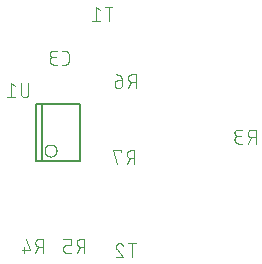
<source format=gbr>
G04 EAGLE Gerber RS-274X export*
G75*
%MOMM*%
%FSLAX34Y34*%
%LPD*%
%INSilkscreen Bottom*%
%IPPOS*%
%AMOC8*
5,1,8,0,0,1.08239X$1,22.5*%
G01*
%ADD10C,0.203200*%
%ADD11C,0.101600*%


D10*
X221380Y150616D02*
X221380Y199130D01*
X216151Y199384D02*
X253849Y199384D01*
X253849Y150616D01*
X221380Y150616D01*
X216151Y150616D01*
X216151Y199384D01*
D11*
X223570Y159760D02*
X223572Y159902D01*
X223578Y160045D01*
X223588Y160187D01*
X223602Y160329D01*
X223620Y160470D01*
X223642Y160611D01*
X223668Y160751D01*
X223697Y160890D01*
X223731Y161029D01*
X223769Y161166D01*
X223810Y161303D01*
X223855Y161438D01*
X223904Y161572D01*
X223957Y161704D01*
X224013Y161835D01*
X224073Y161964D01*
X224137Y162092D01*
X224204Y162217D01*
X224275Y162341D01*
X224349Y162463D01*
X224426Y162582D01*
X224507Y162700D01*
X224591Y162815D01*
X224678Y162927D01*
X224769Y163037D01*
X224862Y163145D01*
X224959Y163250D01*
X225058Y163352D01*
X225160Y163451D01*
X225265Y163548D01*
X225373Y163641D01*
X225483Y163732D01*
X225595Y163819D01*
X225710Y163903D01*
X225828Y163984D01*
X225947Y164061D01*
X226069Y164135D01*
X226193Y164206D01*
X226318Y164273D01*
X226446Y164337D01*
X226575Y164397D01*
X226706Y164453D01*
X226838Y164506D01*
X226972Y164555D01*
X227107Y164600D01*
X227244Y164641D01*
X227381Y164679D01*
X227520Y164713D01*
X227659Y164742D01*
X227799Y164768D01*
X227940Y164790D01*
X228081Y164808D01*
X228223Y164822D01*
X228365Y164832D01*
X228508Y164838D01*
X228650Y164840D01*
X228792Y164838D01*
X228935Y164832D01*
X229077Y164822D01*
X229219Y164808D01*
X229360Y164790D01*
X229501Y164768D01*
X229641Y164742D01*
X229780Y164713D01*
X229919Y164679D01*
X230056Y164641D01*
X230193Y164600D01*
X230328Y164555D01*
X230462Y164506D01*
X230594Y164453D01*
X230725Y164397D01*
X230854Y164337D01*
X230982Y164273D01*
X231107Y164206D01*
X231231Y164135D01*
X231353Y164061D01*
X231472Y163984D01*
X231590Y163903D01*
X231705Y163819D01*
X231817Y163732D01*
X231927Y163641D01*
X232035Y163548D01*
X232140Y163451D01*
X232242Y163352D01*
X232341Y163250D01*
X232438Y163145D01*
X232531Y163037D01*
X232622Y162927D01*
X232709Y162815D01*
X232793Y162700D01*
X232874Y162582D01*
X232951Y162463D01*
X233025Y162341D01*
X233096Y162217D01*
X233163Y162092D01*
X233227Y161964D01*
X233287Y161835D01*
X233343Y161704D01*
X233396Y161572D01*
X233445Y161438D01*
X233490Y161303D01*
X233531Y161166D01*
X233569Y161029D01*
X233603Y160890D01*
X233632Y160751D01*
X233658Y160611D01*
X233680Y160470D01*
X233698Y160329D01*
X233712Y160187D01*
X233722Y160045D01*
X233728Y159902D01*
X233730Y159760D01*
X233728Y159618D01*
X233722Y159475D01*
X233712Y159333D01*
X233698Y159191D01*
X233680Y159050D01*
X233658Y158909D01*
X233632Y158769D01*
X233603Y158630D01*
X233569Y158491D01*
X233531Y158354D01*
X233490Y158217D01*
X233445Y158082D01*
X233396Y157948D01*
X233343Y157816D01*
X233287Y157685D01*
X233227Y157556D01*
X233163Y157428D01*
X233096Y157303D01*
X233025Y157179D01*
X232951Y157057D01*
X232874Y156938D01*
X232793Y156820D01*
X232709Y156705D01*
X232622Y156593D01*
X232531Y156483D01*
X232438Y156375D01*
X232341Y156270D01*
X232242Y156168D01*
X232140Y156069D01*
X232035Y155972D01*
X231927Y155879D01*
X231817Y155788D01*
X231705Y155701D01*
X231590Y155617D01*
X231472Y155536D01*
X231353Y155459D01*
X231231Y155385D01*
X231107Y155314D01*
X230982Y155247D01*
X230854Y155183D01*
X230725Y155123D01*
X230594Y155067D01*
X230462Y155014D01*
X230328Y154965D01*
X230193Y154920D01*
X230056Y154879D01*
X229919Y154841D01*
X229780Y154807D01*
X229641Y154778D01*
X229501Y154752D01*
X229360Y154730D01*
X229219Y154712D01*
X229077Y154698D01*
X228935Y154688D01*
X228792Y154682D01*
X228650Y154680D01*
X228508Y154682D01*
X228365Y154688D01*
X228223Y154698D01*
X228081Y154712D01*
X227940Y154730D01*
X227799Y154752D01*
X227659Y154778D01*
X227520Y154807D01*
X227381Y154841D01*
X227244Y154879D01*
X227107Y154920D01*
X226972Y154965D01*
X226838Y155014D01*
X226706Y155067D01*
X226575Y155123D01*
X226446Y155183D01*
X226318Y155247D01*
X226193Y155314D01*
X226069Y155385D01*
X225947Y155459D01*
X225828Y155536D01*
X225710Y155617D01*
X225595Y155701D01*
X225483Y155788D01*
X225373Y155879D01*
X225265Y155972D01*
X225160Y156069D01*
X225058Y156168D01*
X224959Y156270D01*
X224862Y156375D01*
X224769Y156483D01*
X224678Y156593D01*
X224591Y156705D01*
X224507Y156820D01*
X224426Y156938D01*
X224349Y157057D01*
X224275Y157179D01*
X224204Y157303D01*
X224137Y157428D01*
X224073Y157556D01*
X224013Y157685D01*
X223957Y157816D01*
X223904Y157948D01*
X223855Y158082D01*
X223810Y158217D01*
X223769Y158354D01*
X223731Y158491D01*
X223697Y158630D01*
X223668Y158769D01*
X223642Y158909D01*
X223620Y159050D01*
X223602Y159191D01*
X223588Y159333D01*
X223578Y159475D01*
X223572Y159618D01*
X223570Y159760D01*
X209950Y208234D02*
X209950Y216672D01*
X209951Y208234D02*
X209949Y208121D01*
X209943Y208008D01*
X209933Y207895D01*
X209919Y207782D01*
X209902Y207670D01*
X209880Y207559D01*
X209855Y207449D01*
X209825Y207339D01*
X209792Y207231D01*
X209755Y207124D01*
X209715Y207018D01*
X209670Y206914D01*
X209622Y206811D01*
X209571Y206710D01*
X209516Y206611D01*
X209458Y206514D01*
X209396Y206419D01*
X209331Y206326D01*
X209263Y206236D01*
X209192Y206148D01*
X209117Y206062D01*
X209040Y205979D01*
X208960Y205899D01*
X208877Y205822D01*
X208791Y205747D01*
X208703Y205676D01*
X208613Y205608D01*
X208520Y205543D01*
X208425Y205481D01*
X208328Y205423D01*
X208229Y205368D01*
X208128Y205317D01*
X208025Y205269D01*
X207921Y205224D01*
X207815Y205184D01*
X207708Y205147D01*
X207600Y205114D01*
X207490Y205084D01*
X207380Y205059D01*
X207269Y205037D01*
X207157Y205020D01*
X207044Y205006D01*
X206931Y204996D01*
X206818Y204990D01*
X206705Y204988D01*
X206592Y204990D01*
X206479Y204996D01*
X206366Y205006D01*
X206253Y205020D01*
X206141Y205037D01*
X206030Y205059D01*
X205920Y205084D01*
X205810Y205114D01*
X205702Y205147D01*
X205595Y205184D01*
X205489Y205224D01*
X205385Y205269D01*
X205282Y205317D01*
X205181Y205368D01*
X205082Y205423D01*
X204985Y205481D01*
X204890Y205543D01*
X204797Y205608D01*
X204707Y205676D01*
X204619Y205747D01*
X204533Y205822D01*
X204450Y205899D01*
X204370Y205979D01*
X204293Y206062D01*
X204218Y206148D01*
X204147Y206236D01*
X204079Y206326D01*
X204014Y206419D01*
X203952Y206514D01*
X203894Y206611D01*
X203839Y206710D01*
X203788Y206811D01*
X203740Y206914D01*
X203695Y207018D01*
X203655Y207124D01*
X203618Y207231D01*
X203585Y207339D01*
X203555Y207449D01*
X203530Y207559D01*
X203508Y207670D01*
X203491Y207782D01*
X203477Y207895D01*
X203467Y208008D01*
X203461Y208121D01*
X203459Y208234D01*
X203459Y216672D01*
X198139Y214076D02*
X194894Y216672D01*
X194894Y204988D01*
X198139Y204988D02*
X191648Y204988D01*
X238664Y232608D02*
X241261Y232608D01*
X241360Y232610D01*
X241460Y232616D01*
X241559Y232625D01*
X241657Y232638D01*
X241755Y232655D01*
X241853Y232676D01*
X241949Y232701D01*
X242044Y232729D01*
X242138Y232761D01*
X242231Y232796D01*
X242323Y232835D01*
X242413Y232878D01*
X242501Y232923D01*
X242588Y232973D01*
X242672Y233025D01*
X242755Y233081D01*
X242835Y233139D01*
X242913Y233201D01*
X242988Y233266D01*
X243061Y233334D01*
X243131Y233404D01*
X243199Y233477D01*
X243264Y233552D01*
X243326Y233630D01*
X243384Y233710D01*
X243440Y233793D01*
X243492Y233877D01*
X243542Y233964D01*
X243587Y234052D01*
X243630Y234142D01*
X243669Y234234D01*
X243704Y234327D01*
X243736Y234421D01*
X243764Y234516D01*
X243789Y234612D01*
X243810Y234710D01*
X243827Y234808D01*
X243840Y234906D01*
X243849Y235005D01*
X243855Y235105D01*
X243857Y235204D01*
X243857Y241696D01*
X243855Y241795D01*
X243849Y241895D01*
X243840Y241994D01*
X243827Y242092D01*
X243810Y242190D01*
X243789Y242288D01*
X243764Y242384D01*
X243736Y242479D01*
X243704Y242573D01*
X243669Y242666D01*
X243630Y242758D01*
X243587Y242848D01*
X243542Y242936D01*
X243492Y243023D01*
X243440Y243107D01*
X243384Y243190D01*
X243326Y243270D01*
X243264Y243348D01*
X243199Y243423D01*
X243131Y243496D01*
X243061Y243566D01*
X242988Y243634D01*
X242913Y243699D01*
X242835Y243761D01*
X242755Y243819D01*
X242672Y243875D01*
X242588Y243927D01*
X242501Y243977D01*
X242413Y244022D01*
X242323Y244065D01*
X242231Y244104D01*
X242138Y244139D01*
X242044Y244171D01*
X241949Y244199D01*
X241853Y244224D01*
X241755Y244245D01*
X241657Y244262D01*
X241559Y244275D01*
X241460Y244284D01*
X241360Y244290D01*
X241261Y244292D01*
X238664Y244292D01*
X234299Y232608D02*
X231054Y232608D01*
X230941Y232610D01*
X230828Y232616D01*
X230715Y232626D01*
X230602Y232640D01*
X230490Y232657D01*
X230379Y232679D01*
X230269Y232704D01*
X230159Y232734D01*
X230051Y232767D01*
X229944Y232804D01*
X229838Y232844D01*
X229734Y232889D01*
X229631Y232937D01*
X229530Y232988D01*
X229431Y233043D01*
X229334Y233101D01*
X229239Y233163D01*
X229146Y233228D01*
X229056Y233296D01*
X228968Y233367D01*
X228882Y233442D01*
X228799Y233519D01*
X228719Y233599D01*
X228642Y233682D01*
X228567Y233768D01*
X228496Y233856D01*
X228428Y233946D01*
X228363Y234039D01*
X228301Y234134D01*
X228243Y234231D01*
X228188Y234330D01*
X228137Y234431D01*
X228089Y234534D01*
X228044Y234638D01*
X228004Y234744D01*
X227967Y234851D01*
X227934Y234959D01*
X227904Y235069D01*
X227879Y235179D01*
X227857Y235290D01*
X227840Y235402D01*
X227826Y235515D01*
X227816Y235628D01*
X227810Y235741D01*
X227808Y235854D01*
X227810Y235967D01*
X227816Y236080D01*
X227826Y236193D01*
X227840Y236306D01*
X227857Y236418D01*
X227879Y236529D01*
X227904Y236639D01*
X227934Y236749D01*
X227967Y236857D01*
X228004Y236964D01*
X228044Y237070D01*
X228089Y237174D01*
X228137Y237277D01*
X228188Y237378D01*
X228243Y237477D01*
X228301Y237574D01*
X228363Y237669D01*
X228428Y237762D01*
X228496Y237852D01*
X228567Y237940D01*
X228642Y238026D01*
X228719Y238109D01*
X228799Y238189D01*
X228882Y238266D01*
X228968Y238341D01*
X229056Y238412D01*
X229146Y238480D01*
X229239Y238545D01*
X229334Y238607D01*
X229431Y238665D01*
X229530Y238720D01*
X229631Y238771D01*
X229734Y238819D01*
X229838Y238864D01*
X229944Y238904D01*
X230051Y238941D01*
X230159Y238974D01*
X230269Y239004D01*
X230379Y239029D01*
X230490Y239051D01*
X230602Y239068D01*
X230715Y239082D01*
X230828Y239092D01*
X230941Y239098D01*
X231054Y239100D01*
X230404Y244292D02*
X234299Y244292D01*
X230404Y244292D02*
X230303Y244290D01*
X230203Y244284D01*
X230103Y244274D01*
X230003Y244261D01*
X229904Y244243D01*
X229805Y244222D01*
X229708Y244197D01*
X229611Y244168D01*
X229516Y244135D01*
X229422Y244099D01*
X229330Y244059D01*
X229239Y244016D01*
X229150Y243969D01*
X229063Y243919D01*
X228977Y243865D01*
X228894Y243808D01*
X228814Y243748D01*
X228735Y243685D01*
X228659Y243618D01*
X228586Y243549D01*
X228516Y243477D01*
X228448Y243403D01*
X228383Y243326D01*
X228322Y243246D01*
X228263Y243164D01*
X228208Y243080D01*
X228156Y242994D01*
X228107Y242906D01*
X228062Y242816D01*
X228020Y242724D01*
X227982Y242631D01*
X227948Y242536D01*
X227917Y242441D01*
X227890Y242344D01*
X227867Y242246D01*
X227847Y242147D01*
X227832Y242047D01*
X227820Y241947D01*
X227812Y241847D01*
X227808Y241746D01*
X227808Y241646D01*
X227812Y241545D01*
X227820Y241445D01*
X227832Y241345D01*
X227847Y241245D01*
X227867Y241146D01*
X227890Y241048D01*
X227917Y240951D01*
X227948Y240856D01*
X227982Y240761D01*
X228020Y240668D01*
X228062Y240576D01*
X228107Y240486D01*
X228156Y240398D01*
X228208Y240312D01*
X228263Y240228D01*
X228322Y240146D01*
X228383Y240066D01*
X228448Y239989D01*
X228516Y239915D01*
X228586Y239843D01*
X228659Y239774D01*
X228735Y239707D01*
X228814Y239644D01*
X228894Y239584D01*
X228977Y239527D01*
X229063Y239473D01*
X229150Y239423D01*
X229239Y239376D01*
X229330Y239333D01*
X229422Y239293D01*
X229516Y239257D01*
X229611Y239224D01*
X229708Y239195D01*
X229805Y239170D01*
X229904Y239149D01*
X230003Y239131D01*
X230103Y239118D01*
X230203Y239108D01*
X230303Y239102D01*
X230404Y239100D01*
X230404Y239099D02*
X233001Y239099D01*
X402192Y177392D02*
X402192Y165708D01*
X402192Y177392D02*
X398946Y177392D01*
X398833Y177390D01*
X398720Y177384D01*
X398607Y177374D01*
X398494Y177360D01*
X398382Y177343D01*
X398271Y177321D01*
X398161Y177296D01*
X398051Y177266D01*
X397943Y177233D01*
X397836Y177196D01*
X397730Y177156D01*
X397626Y177111D01*
X397523Y177063D01*
X397422Y177012D01*
X397323Y176957D01*
X397226Y176899D01*
X397131Y176837D01*
X397038Y176772D01*
X396948Y176704D01*
X396860Y176633D01*
X396774Y176558D01*
X396691Y176481D01*
X396611Y176401D01*
X396534Y176318D01*
X396459Y176232D01*
X396388Y176144D01*
X396320Y176054D01*
X396255Y175961D01*
X396193Y175866D01*
X396135Y175769D01*
X396080Y175670D01*
X396029Y175569D01*
X395981Y175466D01*
X395936Y175362D01*
X395896Y175256D01*
X395859Y175149D01*
X395826Y175041D01*
X395796Y174931D01*
X395771Y174821D01*
X395749Y174710D01*
X395732Y174598D01*
X395718Y174485D01*
X395708Y174372D01*
X395702Y174259D01*
X395700Y174146D01*
X395702Y174033D01*
X395708Y173920D01*
X395718Y173807D01*
X395732Y173694D01*
X395749Y173582D01*
X395771Y173471D01*
X395796Y173361D01*
X395826Y173251D01*
X395859Y173143D01*
X395896Y173036D01*
X395936Y172930D01*
X395981Y172826D01*
X396029Y172723D01*
X396080Y172622D01*
X396135Y172523D01*
X396193Y172426D01*
X396255Y172331D01*
X396320Y172238D01*
X396388Y172148D01*
X396459Y172060D01*
X396534Y171974D01*
X396611Y171891D01*
X396691Y171811D01*
X396774Y171734D01*
X396860Y171659D01*
X396948Y171588D01*
X397038Y171520D01*
X397131Y171455D01*
X397226Y171393D01*
X397323Y171335D01*
X397422Y171280D01*
X397523Y171229D01*
X397626Y171181D01*
X397730Y171136D01*
X397836Y171096D01*
X397943Y171059D01*
X398051Y171026D01*
X398161Y170996D01*
X398271Y170971D01*
X398382Y170949D01*
X398494Y170932D01*
X398607Y170918D01*
X398720Y170908D01*
X398833Y170902D01*
X398946Y170900D01*
X398946Y170901D02*
X402192Y170901D01*
X398297Y170901D02*
X395701Y165708D01*
X390836Y165708D02*
X387590Y165708D01*
X387477Y165710D01*
X387364Y165716D01*
X387251Y165726D01*
X387138Y165740D01*
X387026Y165757D01*
X386915Y165779D01*
X386805Y165804D01*
X386695Y165834D01*
X386587Y165867D01*
X386480Y165904D01*
X386374Y165944D01*
X386270Y165989D01*
X386167Y166037D01*
X386066Y166088D01*
X385967Y166143D01*
X385870Y166201D01*
X385775Y166263D01*
X385682Y166328D01*
X385592Y166396D01*
X385504Y166467D01*
X385418Y166542D01*
X385335Y166619D01*
X385255Y166699D01*
X385178Y166782D01*
X385103Y166868D01*
X385032Y166956D01*
X384964Y167046D01*
X384899Y167139D01*
X384837Y167234D01*
X384779Y167331D01*
X384724Y167430D01*
X384673Y167531D01*
X384625Y167634D01*
X384580Y167738D01*
X384540Y167844D01*
X384503Y167951D01*
X384470Y168059D01*
X384440Y168169D01*
X384415Y168279D01*
X384393Y168390D01*
X384376Y168502D01*
X384362Y168615D01*
X384352Y168728D01*
X384346Y168841D01*
X384344Y168954D01*
X384346Y169067D01*
X384352Y169180D01*
X384362Y169293D01*
X384376Y169406D01*
X384393Y169518D01*
X384415Y169629D01*
X384440Y169739D01*
X384470Y169849D01*
X384503Y169957D01*
X384540Y170064D01*
X384580Y170170D01*
X384625Y170274D01*
X384673Y170377D01*
X384724Y170478D01*
X384779Y170577D01*
X384837Y170674D01*
X384899Y170769D01*
X384964Y170862D01*
X385032Y170952D01*
X385103Y171040D01*
X385178Y171126D01*
X385255Y171209D01*
X385335Y171289D01*
X385418Y171366D01*
X385504Y171441D01*
X385592Y171512D01*
X385682Y171580D01*
X385775Y171645D01*
X385870Y171707D01*
X385967Y171765D01*
X386066Y171820D01*
X386167Y171871D01*
X386270Y171919D01*
X386374Y171964D01*
X386480Y172004D01*
X386587Y172041D01*
X386695Y172074D01*
X386805Y172104D01*
X386915Y172129D01*
X387026Y172151D01*
X387138Y172168D01*
X387251Y172182D01*
X387364Y172192D01*
X387477Y172198D01*
X387590Y172200D01*
X386941Y177392D02*
X390836Y177392D01*
X386941Y177392D02*
X386840Y177390D01*
X386740Y177384D01*
X386640Y177374D01*
X386540Y177361D01*
X386441Y177343D01*
X386342Y177322D01*
X386245Y177297D01*
X386148Y177268D01*
X386053Y177235D01*
X385959Y177199D01*
X385867Y177159D01*
X385776Y177116D01*
X385687Y177069D01*
X385600Y177019D01*
X385514Y176965D01*
X385431Y176908D01*
X385351Y176848D01*
X385272Y176785D01*
X385196Y176718D01*
X385123Y176649D01*
X385053Y176577D01*
X384985Y176503D01*
X384920Y176426D01*
X384859Y176346D01*
X384800Y176264D01*
X384745Y176180D01*
X384693Y176094D01*
X384644Y176006D01*
X384599Y175916D01*
X384557Y175824D01*
X384519Y175731D01*
X384485Y175636D01*
X384454Y175541D01*
X384427Y175444D01*
X384404Y175346D01*
X384384Y175247D01*
X384369Y175147D01*
X384357Y175047D01*
X384349Y174947D01*
X384345Y174846D01*
X384345Y174746D01*
X384349Y174645D01*
X384357Y174545D01*
X384369Y174445D01*
X384384Y174345D01*
X384404Y174246D01*
X384427Y174148D01*
X384454Y174051D01*
X384485Y173956D01*
X384519Y173861D01*
X384557Y173768D01*
X384599Y173676D01*
X384644Y173586D01*
X384693Y173498D01*
X384745Y173412D01*
X384800Y173328D01*
X384859Y173246D01*
X384920Y173166D01*
X384985Y173089D01*
X385053Y173015D01*
X385123Y172943D01*
X385196Y172874D01*
X385272Y172807D01*
X385351Y172744D01*
X385431Y172684D01*
X385514Y172627D01*
X385600Y172573D01*
X385687Y172523D01*
X385776Y172476D01*
X385867Y172433D01*
X385959Y172393D01*
X386053Y172357D01*
X386148Y172324D01*
X386245Y172295D01*
X386342Y172270D01*
X386441Y172249D01*
X386540Y172231D01*
X386640Y172218D01*
X386740Y172208D01*
X386840Y172202D01*
X386941Y172200D01*
X386941Y172199D02*
X389537Y172199D01*
X222192Y84892D02*
X222192Y73208D01*
X222192Y84892D02*
X218946Y84892D01*
X218833Y84890D01*
X218720Y84884D01*
X218607Y84874D01*
X218494Y84860D01*
X218382Y84843D01*
X218271Y84821D01*
X218161Y84796D01*
X218051Y84766D01*
X217943Y84733D01*
X217836Y84696D01*
X217730Y84656D01*
X217626Y84611D01*
X217523Y84563D01*
X217422Y84512D01*
X217323Y84457D01*
X217226Y84399D01*
X217131Y84337D01*
X217038Y84272D01*
X216948Y84204D01*
X216860Y84133D01*
X216774Y84058D01*
X216691Y83981D01*
X216611Y83901D01*
X216534Y83818D01*
X216459Y83732D01*
X216388Y83644D01*
X216320Y83554D01*
X216255Y83461D01*
X216193Y83366D01*
X216135Y83269D01*
X216080Y83170D01*
X216029Y83069D01*
X215981Y82966D01*
X215936Y82862D01*
X215896Y82756D01*
X215859Y82649D01*
X215826Y82541D01*
X215796Y82431D01*
X215771Y82321D01*
X215749Y82210D01*
X215732Y82098D01*
X215718Y81985D01*
X215708Y81872D01*
X215702Y81759D01*
X215700Y81646D01*
X215702Y81533D01*
X215708Y81420D01*
X215718Y81307D01*
X215732Y81194D01*
X215749Y81082D01*
X215771Y80971D01*
X215796Y80861D01*
X215826Y80751D01*
X215859Y80643D01*
X215896Y80536D01*
X215936Y80430D01*
X215981Y80326D01*
X216029Y80223D01*
X216080Y80122D01*
X216135Y80023D01*
X216193Y79926D01*
X216255Y79831D01*
X216320Y79738D01*
X216388Y79648D01*
X216459Y79560D01*
X216534Y79474D01*
X216611Y79391D01*
X216691Y79311D01*
X216774Y79234D01*
X216860Y79159D01*
X216948Y79088D01*
X217038Y79020D01*
X217131Y78955D01*
X217226Y78893D01*
X217323Y78835D01*
X217422Y78780D01*
X217523Y78729D01*
X217626Y78681D01*
X217730Y78636D01*
X217836Y78596D01*
X217943Y78559D01*
X218051Y78526D01*
X218161Y78496D01*
X218271Y78471D01*
X218382Y78449D01*
X218494Y78432D01*
X218607Y78418D01*
X218720Y78408D01*
X218833Y78402D01*
X218946Y78400D01*
X218946Y78401D02*
X222192Y78401D01*
X218297Y78401D02*
X215701Y73208D01*
X210836Y75804D02*
X208239Y84892D01*
X210836Y75804D02*
X204345Y75804D01*
X206292Y78401D02*
X206292Y73208D01*
X257192Y73208D02*
X257192Y84892D01*
X253946Y84892D01*
X253833Y84890D01*
X253720Y84884D01*
X253607Y84874D01*
X253494Y84860D01*
X253382Y84843D01*
X253271Y84821D01*
X253161Y84796D01*
X253051Y84766D01*
X252943Y84733D01*
X252836Y84696D01*
X252730Y84656D01*
X252626Y84611D01*
X252523Y84563D01*
X252422Y84512D01*
X252323Y84457D01*
X252226Y84399D01*
X252131Y84337D01*
X252038Y84272D01*
X251948Y84204D01*
X251860Y84133D01*
X251774Y84058D01*
X251691Y83981D01*
X251611Y83901D01*
X251534Y83818D01*
X251459Y83732D01*
X251388Y83644D01*
X251320Y83554D01*
X251255Y83461D01*
X251193Y83366D01*
X251135Y83269D01*
X251080Y83170D01*
X251029Y83069D01*
X250981Y82966D01*
X250936Y82862D01*
X250896Y82756D01*
X250859Y82649D01*
X250826Y82541D01*
X250796Y82431D01*
X250771Y82321D01*
X250749Y82210D01*
X250732Y82098D01*
X250718Y81985D01*
X250708Y81872D01*
X250702Y81759D01*
X250700Y81646D01*
X250702Y81533D01*
X250708Y81420D01*
X250718Y81307D01*
X250732Y81194D01*
X250749Y81082D01*
X250771Y80971D01*
X250796Y80861D01*
X250826Y80751D01*
X250859Y80643D01*
X250896Y80536D01*
X250936Y80430D01*
X250981Y80326D01*
X251029Y80223D01*
X251080Y80122D01*
X251135Y80023D01*
X251193Y79926D01*
X251255Y79831D01*
X251320Y79738D01*
X251388Y79648D01*
X251459Y79560D01*
X251534Y79474D01*
X251611Y79391D01*
X251691Y79311D01*
X251774Y79234D01*
X251860Y79159D01*
X251948Y79088D01*
X252038Y79020D01*
X252131Y78955D01*
X252226Y78893D01*
X252323Y78835D01*
X252422Y78780D01*
X252523Y78729D01*
X252626Y78681D01*
X252730Y78636D01*
X252836Y78596D01*
X252943Y78559D01*
X253051Y78526D01*
X253161Y78496D01*
X253271Y78471D01*
X253382Y78449D01*
X253494Y78432D01*
X253607Y78418D01*
X253720Y78408D01*
X253833Y78402D01*
X253946Y78400D01*
X253946Y78401D02*
X257192Y78401D01*
X253297Y78401D02*
X250701Y73208D01*
X245836Y73208D02*
X241941Y73208D01*
X241842Y73210D01*
X241742Y73216D01*
X241643Y73225D01*
X241545Y73238D01*
X241447Y73255D01*
X241349Y73276D01*
X241253Y73301D01*
X241158Y73329D01*
X241064Y73361D01*
X240971Y73396D01*
X240879Y73435D01*
X240789Y73478D01*
X240701Y73523D01*
X240614Y73573D01*
X240530Y73625D01*
X240447Y73681D01*
X240367Y73739D01*
X240289Y73801D01*
X240214Y73866D01*
X240141Y73934D01*
X240071Y74004D01*
X240003Y74077D01*
X239938Y74152D01*
X239876Y74230D01*
X239818Y74310D01*
X239762Y74393D01*
X239710Y74477D01*
X239660Y74564D01*
X239615Y74652D01*
X239572Y74742D01*
X239533Y74834D01*
X239498Y74927D01*
X239466Y75021D01*
X239438Y75116D01*
X239413Y75212D01*
X239392Y75310D01*
X239375Y75408D01*
X239362Y75506D01*
X239353Y75605D01*
X239347Y75705D01*
X239345Y75804D01*
X239345Y77103D01*
X239347Y77202D01*
X239353Y77302D01*
X239362Y77401D01*
X239375Y77499D01*
X239392Y77597D01*
X239413Y77695D01*
X239438Y77791D01*
X239466Y77886D01*
X239498Y77980D01*
X239533Y78073D01*
X239572Y78165D01*
X239615Y78255D01*
X239660Y78343D01*
X239710Y78430D01*
X239762Y78514D01*
X239818Y78597D01*
X239876Y78677D01*
X239938Y78755D01*
X240003Y78830D01*
X240071Y78903D01*
X240141Y78973D01*
X240214Y79041D01*
X240289Y79106D01*
X240367Y79168D01*
X240447Y79226D01*
X240530Y79282D01*
X240614Y79334D01*
X240701Y79384D01*
X240789Y79429D01*
X240879Y79472D01*
X240971Y79511D01*
X241064Y79546D01*
X241158Y79578D01*
X241253Y79606D01*
X241349Y79631D01*
X241447Y79652D01*
X241545Y79669D01*
X241643Y79682D01*
X241742Y79691D01*
X241842Y79697D01*
X241941Y79699D01*
X245836Y79699D01*
X245836Y84892D01*
X239345Y84892D01*
X300655Y212608D02*
X300655Y224292D01*
X297410Y224292D01*
X297297Y224290D01*
X297184Y224284D01*
X297071Y224274D01*
X296958Y224260D01*
X296846Y224243D01*
X296735Y224221D01*
X296625Y224196D01*
X296515Y224166D01*
X296407Y224133D01*
X296300Y224096D01*
X296194Y224056D01*
X296090Y224011D01*
X295987Y223963D01*
X295886Y223912D01*
X295787Y223857D01*
X295690Y223799D01*
X295595Y223737D01*
X295502Y223672D01*
X295412Y223604D01*
X295324Y223533D01*
X295238Y223458D01*
X295155Y223381D01*
X295075Y223301D01*
X294998Y223218D01*
X294923Y223132D01*
X294852Y223044D01*
X294784Y222954D01*
X294719Y222861D01*
X294657Y222766D01*
X294599Y222669D01*
X294544Y222570D01*
X294493Y222469D01*
X294445Y222366D01*
X294400Y222262D01*
X294360Y222156D01*
X294323Y222049D01*
X294290Y221941D01*
X294260Y221831D01*
X294235Y221721D01*
X294213Y221610D01*
X294196Y221498D01*
X294182Y221385D01*
X294172Y221272D01*
X294166Y221159D01*
X294164Y221046D01*
X294166Y220933D01*
X294172Y220820D01*
X294182Y220707D01*
X294196Y220594D01*
X294213Y220482D01*
X294235Y220371D01*
X294260Y220261D01*
X294290Y220151D01*
X294323Y220043D01*
X294360Y219936D01*
X294400Y219830D01*
X294445Y219726D01*
X294493Y219623D01*
X294544Y219522D01*
X294599Y219423D01*
X294657Y219326D01*
X294719Y219231D01*
X294784Y219138D01*
X294852Y219048D01*
X294923Y218960D01*
X294998Y218874D01*
X295075Y218791D01*
X295155Y218711D01*
X295238Y218634D01*
X295324Y218559D01*
X295412Y218488D01*
X295502Y218420D01*
X295595Y218355D01*
X295690Y218293D01*
X295787Y218235D01*
X295886Y218180D01*
X295987Y218129D01*
X296090Y218081D01*
X296194Y218036D01*
X296300Y217996D01*
X296407Y217959D01*
X296515Y217926D01*
X296625Y217896D01*
X296735Y217871D01*
X296846Y217849D01*
X296958Y217832D01*
X297071Y217818D01*
X297184Y217808D01*
X297297Y217802D01*
X297410Y217800D01*
X297410Y217801D02*
X300655Y217801D01*
X296761Y217801D02*
X294164Y212608D01*
X289299Y219099D02*
X285404Y219099D01*
X285305Y219097D01*
X285205Y219091D01*
X285106Y219082D01*
X285008Y219069D01*
X284910Y219052D01*
X284812Y219031D01*
X284716Y219006D01*
X284621Y218978D01*
X284527Y218946D01*
X284434Y218911D01*
X284342Y218872D01*
X284252Y218829D01*
X284164Y218784D01*
X284077Y218734D01*
X283993Y218682D01*
X283910Y218626D01*
X283830Y218568D01*
X283752Y218506D01*
X283677Y218441D01*
X283604Y218373D01*
X283534Y218303D01*
X283466Y218230D01*
X283401Y218155D01*
X283339Y218077D01*
X283281Y217997D01*
X283225Y217914D01*
X283173Y217830D01*
X283123Y217743D01*
X283078Y217655D01*
X283035Y217565D01*
X282996Y217473D01*
X282961Y217380D01*
X282929Y217286D01*
X282901Y217191D01*
X282876Y217095D01*
X282855Y216997D01*
X282838Y216899D01*
X282825Y216801D01*
X282816Y216702D01*
X282810Y216602D01*
X282808Y216503D01*
X282808Y215854D01*
X282810Y215741D01*
X282816Y215628D01*
X282826Y215515D01*
X282840Y215402D01*
X282857Y215290D01*
X282879Y215179D01*
X282904Y215069D01*
X282934Y214959D01*
X282967Y214851D01*
X283004Y214744D01*
X283044Y214638D01*
X283089Y214534D01*
X283137Y214431D01*
X283188Y214330D01*
X283243Y214231D01*
X283301Y214134D01*
X283363Y214039D01*
X283428Y213946D01*
X283496Y213856D01*
X283567Y213768D01*
X283642Y213682D01*
X283719Y213599D01*
X283799Y213519D01*
X283882Y213442D01*
X283968Y213367D01*
X284056Y213296D01*
X284146Y213228D01*
X284239Y213163D01*
X284334Y213101D01*
X284431Y213043D01*
X284530Y212988D01*
X284631Y212937D01*
X284734Y212889D01*
X284838Y212844D01*
X284944Y212804D01*
X285051Y212767D01*
X285159Y212734D01*
X285269Y212704D01*
X285379Y212679D01*
X285490Y212657D01*
X285602Y212640D01*
X285715Y212626D01*
X285828Y212616D01*
X285941Y212610D01*
X286054Y212608D01*
X286167Y212610D01*
X286280Y212616D01*
X286393Y212626D01*
X286506Y212640D01*
X286618Y212657D01*
X286729Y212679D01*
X286839Y212704D01*
X286949Y212734D01*
X287057Y212767D01*
X287164Y212804D01*
X287270Y212844D01*
X287374Y212889D01*
X287477Y212937D01*
X287578Y212988D01*
X287677Y213043D01*
X287774Y213101D01*
X287869Y213163D01*
X287962Y213228D01*
X288052Y213296D01*
X288140Y213367D01*
X288226Y213442D01*
X288309Y213519D01*
X288389Y213599D01*
X288466Y213682D01*
X288541Y213768D01*
X288612Y213856D01*
X288680Y213946D01*
X288745Y214039D01*
X288807Y214134D01*
X288865Y214231D01*
X288920Y214330D01*
X288971Y214431D01*
X289019Y214534D01*
X289064Y214638D01*
X289104Y214744D01*
X289141Y214851D01*
X289174Y214959D01*
X289204Y215069D01*
X289229Y215179D01*
X289251Y215290D01*
X289268Y215402D01*
X289282Y215515D01*
X289292Y215628D01*
X289298Y215741D01*
X289300Y215854D01*
X289299Y215854D02*
X289299Y219099D01*
X289297Y219242D01*
X289291Y219385D01*
X289281Y219528D01*
X289267Y219670D01*
X289250Y219812D01*
X289228Y219954D01*
X289203Y220095D01*
X289173Y220235D01*
X289140Y220374D01*
X289103Y220512D01*
X289062Y220649D01*
X289018Y220785D01*
X288969Y220920D01*
X288917Y221053D01*
X288862Y221185D01*
X288802Y221315D01*
X288739Y221444D01*
X288673Y221571D01*
X288603Y221696D01*
X288530Y221818D01*
X288453Y221939D01*
X288373Y222058D01*
X288290Y222174D01*
X288204Y222289D01*
X288115Y222400D01*
X288022Y222510D01*
X287927Y222616D01*
X287828Y222720D01*
X287727Y222821D01*
X287623Y222920D01*
X287517Y223015D01*
X287407Y223108D01*
X287296Y223197D01*
X287181Y223283D01*
X287065Y223366D01*
X286946Y223446D01*
X286825Y223523D01*
X286703Y223596D01*
X286578Y223666D01*
X286451Y223732D01*
X286322Y223795D01*
X286192Y223855D01*
X286060Y223910D01*
X285927Y223962D01*
X285792Y224011D01*
X285656Y224055D01*
X285519Y224096D01*
X285381Y224133D01*
X285242Y224166D01*
X285102Y224196D01*
X284961Y224221D01*
X284819Y224243D01*
X284677Y224260D01*
X284535Y224274D01*
X284392Y224284D01*
X284249Y224290D01*
X284106Y224292D01*
X299692Y159892D02*
X299692Y148208D01*
X299692Y159892D02*
X296446Y159892D01*
X296333Y159890D01*
X296220Y159884D01*
X296107Y159874D01*
X295994Y159860D01*
X295882Y159843D01*
X295771Y159821D01*
X295661Y159796D01*
X295551Y159766D01*
X295443Y159733D01*
X295336Y159696D01*
X295230Y159656D01*
X295126Y159611D01*
X295023Y159563D01*
X294922Y159512D01*
X294823Y159457D01*
X294726Y159399D01*
X294631Y159337D01*
X294538Y159272D01*
X294448Y159204D01*
X294360Y159133D01*
X294274Y159058D01*
X294191Y158981D01*
X294111Y158901D01*
X294034Y158818D01*
X293959Y158732D01*
X293888Y158644D01*
X293820Y158554D01*
X293755Y158461D01*
X293693Y158366D01*
X293635Y158269D01*
X293580Y158170D01*
X293529Y158069D01*
X293481Y157966D01*
X293436Y157862D01*
X293396Y157756D01*
X293359Y157649D01*
X293326Y157541D01*
X293296Y157431D01*
X293271Y157321D01*
X293249Y157210D01*
X293232Y157098D01*
X293218Y156985D01*
X293208Y156872D01*
X293202Y156759D01*
X293200Y156646D01*
X293202Y156533D01*
X293208Y156420D01*
X293218Y156307D01*
X293232Y156194D01*
X293249Y156082D01*
X293271Y155971D01*
X293296Y155861D01*
X293326Y155751D01*
X293359Y155643D01*
X293396Y155536D01*
X293436Y155430D01*
X293481Y155326D01*
X293529Y155223D01*
X293580Y155122D01*
X293635Y155023D01*
X293693Y154926D01*
X293755Y154831D01*
X293820Y154738D01*
X293888Y154648D01*
X293959Y154560D01*
X294034Y154474D01*
X294111Y154391D01*
X294191Y154311D01*
X294274Y154234D01*
X294360Y154159D01*
X294448Y154088D01*
X294538Y154020D01*
X294631Y153955D01*
X294726Y153893D01*
X294823Y153835D01*
X294922Y153780D01*
X295023Y153729D01*
X295126Y153681D01*
X295230Y153636D01*
X295336Y153596D01*
X295443Y153559D01*
X295551Y153526D01*
X295661Y153496D01*
X295771Y153471D01*
X295882Y153449D01*
X295994Y153432D01*
X296107Y153418D01*
X296220Y153408D01*
X296333Y153402D01*
X296446Y153400D01*
X296446Y153401D02*
X299692Y153401D01*
X295797Y153401D02*
X293201Y148208D01*
X288336Y158594D02*
X288336Y159892D01*
X281845Y159892D01*
X285090Y148208D01*
X277796Y269558D02*
X277796Y281242D01*
X274551Y281242D02*
X281042Y281242D01*
X270374Y278646D02*
X267129Y281242D01*
X267129Y269558D01*
X270374Y269558D02*
X263883Y269558D01*
X297796Y81242D02*
X297796Y69558D01*
X301042Y81242D02*
X294551Y81242D01*
X286804Y81242D02*
X286697Y81240D01*
X286591Y81234D01*
X286485Y81224D01*
X286379Y81211D01*
X286273Y81193D01*
X286169Y81172D01*
X286065Y81147D01*
X285962Y81118D01*
X285861Y81086D01*
X285761Y81049D01*
X285662Y81009D01*
X285564Y80966D01*
X285468Y80919D01*
X285374Y80868D01*
X285282Y80814D01*
X285192Y80757D01*
X285104Y80697D01*
X285019Y80633D01*
X284936Y80566D01*
X284855Y80496D01*
X284777Y80424D01*
X284701Y80348D01*
X284629Y80270D01*
X284559Y80189D01*
X284492Y80106D01*
X284428Y80021D01*
X284368Y79933D01*
X284311Y79843D01*
X284257Y79751D01*
X284206Y79657D01*
X284159Y79561D01*
X284116Y79463D01*
X284076Y79364D01*
X284039Y79264D01*
X284007Y79163D01*
X283978Y79060D01*
X283953Y78956D01*
X283932Y78852D01*
X283914Y78746D01*
X283901Y78640D01*
X283891Y78534D01*
X283885Y78428D01*
X283883Y78321D01*
X286804Y81242D02*
X286925Y81240D01*
X287046Y81234D01*
X287166Y81224D01*
X287287Y81211D01*
X287406Y81193D01*
X287526Y81172D01*
X287644Y81147D01*
X287761Y81118D01*
X287878Y81085D01*
X287993Y81049D01*
X288107Y81008D01*
X288220Y80965D01*
X288332Y80917D01*
X288441Y80866D01*
X288549Y80811D01*
X288656Y80753D01*
X288760Y80692D01*
X288862Y80627D01*
X288962Y80559D01*
X289060Y80488D01*
X289156Y80414D01*
X289249Y80337D01*
X289339Y80256D01*
X289427Y80173D01*
X289512Y80087D01*
X289595Y79998D01*
X289674Y79907D01*
X289751Y79813D01*
X289824Y79717D01*
X289894Y79619D01*
X289961Y79518D01*
X290025Y79415D01*
X290086Y79310D01*
X290143Y79203D01*
X290196Y79095D01*
X290246Y78985D01*
X290292Y78873D01*
X290335Y78760D01*
X290374Y78645D01*
X284857Y76049D02*
X284778Y76127D01*
X284702Y76207D01*
X284629Y76290D01*
X284559Y76376D01*
X284492Y76463D01*
X284428Y76554D01*
X284368Y76646D01*
X284310Y76740D01*
X284256Y76837D01*
X284206Y76935D01*
X284159Y77035D01*
X284115Y77136D01*
X284075Y77239D01*
X284039Y77344D01*
X284007Y77449D01*
X283978Y77556D01*
X283953Y77663D01*
X283931Y77772D01*
X283914Y77881D01*
X283900Y77990D01*
X283891Y78100D01*
X283885Y78211D01*
X283883Y78321D01*
X284857Y76049D02*
X290374Y69558D01*
X283883Y69558D01*
M02*

</source>
